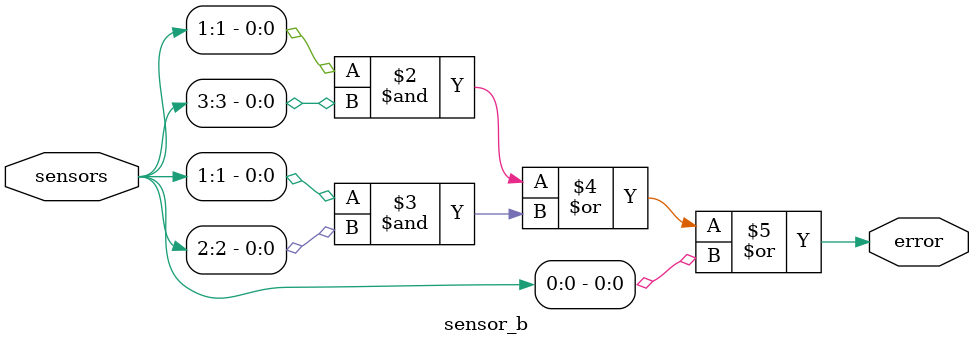
<source format=sv>

module sensor_b(
	input wire [3:0] sensors,
	output reg error
);

	always @ (sensors) begin
		error=(sensors[1] & sensors[3] | sensors[1] & sensors[2] | sensors[0]);		
	end
endmodule

</source>
